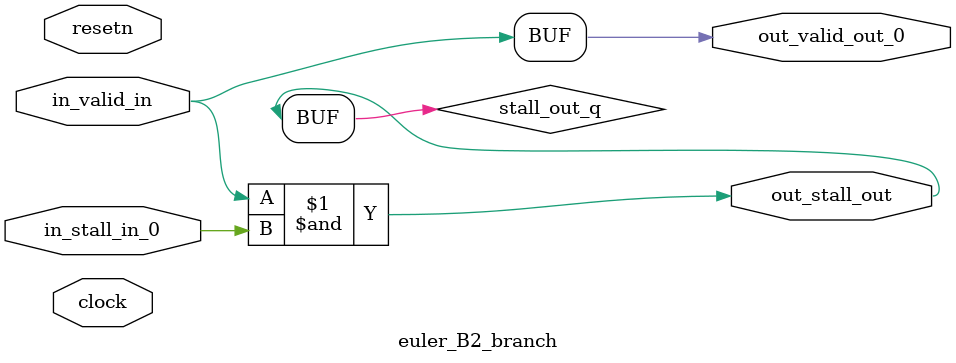
<source format=sv>



(* altera_attribute = "-name AUTO_SHIFT_REGISTER_RECOGNITION OFF; -name MESSAGE_DISABLE 10036; -name MESSAGE_DISABLE 10037; -name MESSAGE_DISABLE 14130; -name MESSAGE_DISABLE 14320; -name MESSAGE_DISABLE 15400; -name MESSAGE_DISABLE 14130; -name MESSAGE_DISABLE 10036; -name MESSAGE_DISABLE 12020; -name MESSAGE_DISABLE 12030; -name MESSAGE_DISABLE 12010; -name MESSAGE_DISABLE 12110; -name MESSAGE_DISABLE 14320; -name MESSAGE_DISABLE 13410; -name MESSAGE_DISABLE 113007; -name MESSAGE_DISABLE 10958" *)
module euler_B2_branch (
    input wire [0:0] in_stall_in_0,
    input wire [0:0] in_valid_in,
    output wire [0:0] out_stall_out,
    output wire [0:0] out_valid_out_0,
    input wire clock,
    input wire resetn
    );

    wire [0:0] stall_out_q;


    // stall_out(LOGICAL,6)
    assign stall_out_q = in_valid_in & in_stall_in_0;

    // out_stall_out(GPOUT,4)
    assign out_stall_out = stall_out_q;

    // out_valid_out_0(GPOUT,5)
    assign out_valid_out_0 = in_valid_in;

endmodule

</source>
